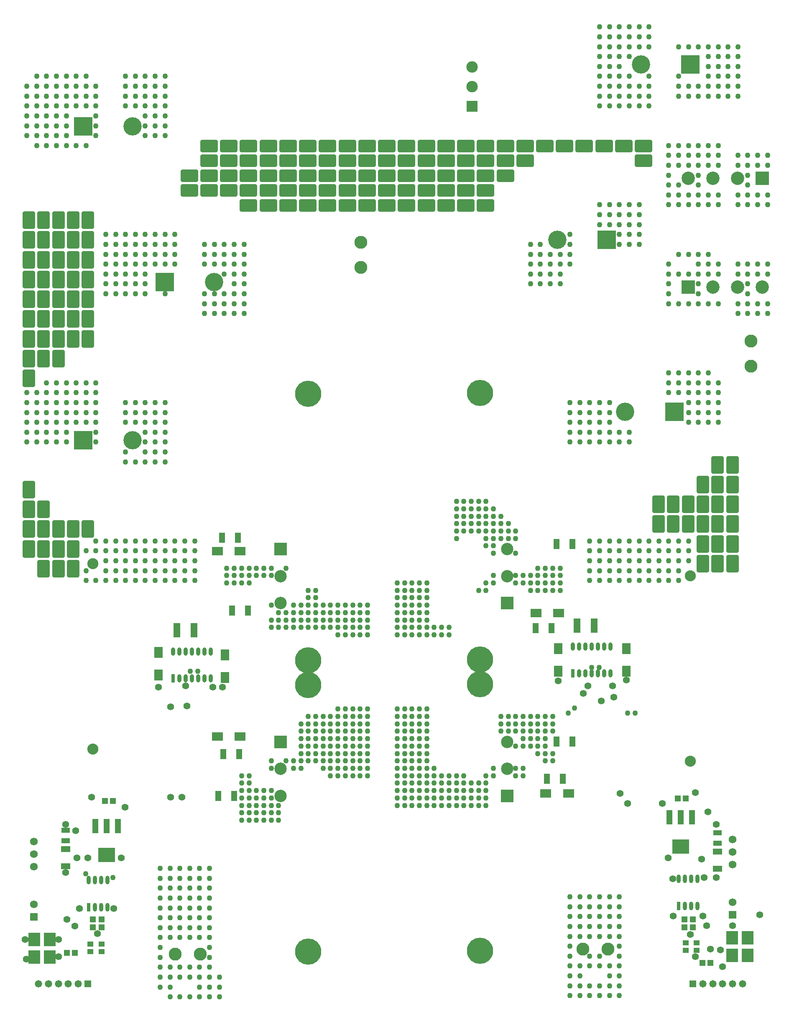
<source format=gts>
G04 Layer_Color=8388736*
%FSLAX44Y44*%
%MOMM*%
G71*
G01*
G75*
G04:AMPARAMS|DCode=71|XSize=3.5mm|YSize=2.5mm|CornerRadius=0.25mm|HoleSize=0mm|Usage=FLASHONLY|Rotation=90.000|XOffset=0mm|YOffset=0mm|HoleType=Round|Shape=RoundedRectangle|*
%AMROUNDEDRECTD71*
21,1,3.5000,2.0000,0,0,90.0*
21,1,3.0000,2.5000,0,0,90.0*
1,1,0.5000,1.0000,1.5000*
1,1,0.5000,1.0000,-1.5000*
1,1,0.5000,-1.0000,-1.5000*
1,1,0.5000,-1.0000,1.5000*
%
%ADD71ROUNDEDRECTD71*%
G04:AMPARAMS|DCode=72|XSize=3.5mm|YSize=2.5mm|CornerRadius=0.25mm|HoleSize=0mm|Usage=FLASHONLY|Rotation=0.000|XOffset=0mm|YOffset=0mm|HoleType=Round|Shape=RoundedRectangle|*
%AMROUNDEDRECTD72*
21,1,3.5000,2.0000,0,0,0.0*
21,1,3.0000,2.5000,0,0,0.0*
1,1,0.5000,1.5000,-1.0000*
1,1,0.5000,-1.5000,-1.0000*
1,1,0.5000,-1.5000,1.0000*
1,1,0.5000,1.5000,1.0000*
%
%ADD72ROUNDEDRECTD72*%
%ADD73R,1.9532X1.3032*%
%ADD74O,0.8032X1.7532*%
%ADD75R,0.8032X1.7532*%
%ADD76R,2.2032X1.7532*%
%ADD77R,1.7532X2.2032*%
%ADD78R,3.5032X2.9032*%
%ADD79R,1.2032X2.9032*%
%ADD80R,2.3876X2.8002*%
%ADD81R,1.2032X1.3032*%
%ADD82R,1.3032X1.2032*%
%ADD83R,1.3532X3.0032*%
%ADD84R,1.2532X1.0032*%
%ADD85R,1.7032X1.1032*%
%ADD86R,1.3032X2.0532*%
%ADD87R,0.8032X1.6532*%
%ADD88O,0.8032X1.6532*%
%ADD89C,2.3123*%
%ADD90R,2.3123X2.3123*%
%ADD91C,1.5632*%
%ADD92R,1.5632X1.5632*%
%ADD93C,2.7032*%
%ADD94R,2.7032X2.7032*%
%ADD95C,1.4715*%
%ADD96R,1.4715X1.4715*%
%ADD97R,2.5032X2.5032*%
%ADD98C,2.5032*%
%ADD99R,3.7032X3.7032*%
%ADD100C,3.7032*%
%ADD101C,5.3032*%
%ADD102C,2.2352*%
%ADD103C,2.6162*%
%ADD104C,1.1032*%
%ADD105C,1.4032*%
D71*
X1415000Y1120000D02*
D03*
X1445000Y1160000D02*
D03*
Y1120000D02*
D03*
X1475000Y1160000D02*
D03*
Y1120000D02*
D03*
X1325000Y1080000D02*
D03*
Y1040000D02*
D03*
X1475000Y960000D02*
D03*
X1445000Y960000D02*
D03*
X1415000D02*
D03*
X1475000Y1000000D02*
D03*
X1445000Y1000000D02*
D03*
X1415000D02*
D03*
X1475000Y1040000D02*
D03*
X1445000Y1040000D02*
D03*
X1415000D02*
D03*
X1385000D02*
D03*
X1355000D02*
D03*
X1475000Y1080000D02*
D03*
X1445000Y1080000D02*
D03*
X1415000D02*
D03*
X1385000D02*
D03*
X1355000D02*
D03*
X140000Y950000D02*
D03*
X110000D02*
D03*
X80000D02*
D03*
X140000Y990000D02*
D03*
X110000D02*
D03*
X80000D02*
D03*
X50000D02*
D03*
X140000Y1030000D02*
D03*
X110000D02*
D03*
X80000D02*
D03*
X50000D02*
D03*
X170000Y1030000D02*
D03*
X80000Y1070000D02*
D03*
X50000D02*
D03*
Y1110000D02*
D03*
Y1335000D02*
D03*
Y1375000D02*
D03*
X80000D02*
D03*
X110000D02*
D03*
X50000Y1655000D02*
D03*
X80000D02*
D03*
X110000D02*
D03*
X140000D02*
D03*
X50000Y1575000D02*
D03*
X80000D02*
D03*
X110000D02*
D03*
X140000D02*
D03*
Y1615000D02*
D03*
X110000D02*
D03*
X80000D02*
D03*
X50000D02*
D03*
Y1535000D02*
D03*
X80000D02*
D03*
X110000D02*
D03*
X140000D02*
D03*
Y1495000D02*
D03*
X110000D02*
D03*
X80000D02*
D03*
X50000D02*
D03*
X170000Y1495000D02*
D03*
Y1535000D02*
D03*
Y1615000D02*
D03*
Y1575000D02*
D03*
Y1655000D02*
D03*
Y1455000D02*
D03*
Y1415000D02*
D03*
X50000Y1415000D02*
D03*
X80000D02*
D03*
X110000D02*
D03*
X140000D02*
D03*
Y1455000D02*
D03*
X110000D02*
D03*
X80000D02*
D03*
X50000D02*
D03*
D72*
X775000Y1775000D02*
D03*
Y1745000D02*
D03*
Y1715000D02*
D03*
Y1685000D02*
D03*
X815000D02*
D03*
Y1715000D02*
D03*
Y1745000D02*
D03*
Y1775000D02*
D03*
X895000D02*
D03*
Y1745000D02*
D03*
Y1715000D02*
D03*
Y1685000D02*
D03*
X855000D02*
D03*
Y1715000D02*
D03*
Y1745000D02*
D03*
Y1775000D02*
D03*
X975000D02*
D03*
Y1745000D02*
D03*
Y1715000D02*
D03*
Y1685000D02*
D03*
X935000D02*
D03*
Y1715000D02*
D03*
Y1745000D02*
D03*
Y1775000D02*
D03*
X1015000Y1745000D02*
D03*
Y1775000D02*
D03*
Y1805000D02*
D03*
X1055000D02*
D03*
Y1775000D02*
D03*
X1095000Y1805000D02*
D03*
X1135000D02*
D03*
X1175000D02*
D03*
X1215000D02*
D03*
X1255000D02*
D03*
X1295000D02*
D03*
Y1775000D02*
D03*
X975000Y1805000D02*
D03*
X735000Y1775000D02*
D03*
Y1745000D02*
D03*
Y1715000D02*
D03*
Y1685000D02*
D03*
X655000Y1775000D02*
D03*
Y1745000D02*
D03*
Y1715000D02*
D03*
Y1685000D02*
D03*
X695000D02*
D03*
Y1715000D02*
D03*
Y1745000D02*
D03*
Y1775000D02*
D03*
X615000D02*
D03*
Y1745000D02*
D03*
Y1715000D02*
D03*
Y1685000D02*
D03*
X575000D02*
D03*
Y1715000D02*
D03*
Y1745000D02*
D03*
Y1775000D02*
D03*
X535000D02*
D03*
Y1745000D02*
D03*
Y1715000D02*
D03*
Y1685000D02*
D03*
X455000Y1775000D02*
D03*
Y1745000D02*
D03*
Y1715000D02*
D03*
X495000Y1685000D02*
D03*
Y1715000D02*
D03*
Y1745000D02*
D03*
Y1775000D02*
D03*
X415000D02*
D03*
Y1745000D02*
D03*
Y1715000D02*
D03*
X375000D02*
D03*
Y1745000D02*
D03*
X415000Y1805000D02*
D03*
X495000D02*
D03*
X455000D02*
D03*
X535000D02*
D03*
X575000D02*
D03*
X615000D02*
D03*
X695000D02*
D03*
X655000D02*
D03*
X735000D02*
D03*
X935000D02*
D03*
X855000D02*
D03*
X895000D02*
D03*
X815000D02*
D03*
X775000D02*
D03*
D73*
X1445000Y377250D02*
D03*
Y342750D02*
D03*
X125000Y382250D02*
D03*
Y347750D02*
D03*
D74*
X1404050Y322250D02*
D03*
X1391350D02*
D03*
X1378650D02*
D03*
X1365950D02*
D03*
X1404050Y267750D02*
D03*
X1391350D02*
D03*
X1378650D02*
D03*
X209050Y319750D02*
D03*
X196350D02*
D03*
X183650D02*
D03*
X170950D02*
D03*
X209050Y265250D02*
D03*
X196350D02*
D03*
X183650D02*
D03*
D75*
X1365950Y267750D02*
D03*
X170950Y265250D02*
D03*
D76*
X1097000Y495000D02*
D03*
X1143000D02*
D03*
X1077000Y860000D02*
D03*
X1123000D02*
D03*
X478000Y610000D02*
D03*
X432000D02*
D03*
X478000Y985000D02*
D03*
X432000D02*
D03*
D77*
X1260000Y742000D02*
D03*
Y788000D02*
D03*
X1122500Y742000D02*
D03*
Y788000D02*
D03*
X447500Y729500D02*
D03*
Y775500D02*
D03*
X312500Y734500D02*
D03*
Y780500D02*
D03*
D78*
X1370000Y388000D02*
D03*
X207500Y370500D02*
D03*
D79*
X1347000Y447000D02*
D03*
X1370000D02*
D03*
X1393000D02*
D03*
X184500Y429500D02*
D03*
X207500D02*
D03*
X230500D02*
D03*
D80*
X1505748Y202780D02*
D03*
X1474252D02*
D03*
X1505748Y167220D02*
D03*
X1474252D02*
D03*
X92748Y199555D02*
D03*
X61252D02*
D03*
X92748Y163995D02*
D03*
X61252D02*
D03*
D81*
X1430500Y152500D02*
D03*
X1414500D02*
D03*
X127000Y172500D02*
D03*
X143000D02*
D03*
X1380500Y485000D02*
D03*
X1364500D02*
D03*
X220500Y480000D02*
D03*
X204500D02*
D03*
D82*
X1395043Y240500D02*
D03*
Y224500D02*
D03*
X1377500Y240500D02*
D03*
Y224500D02*
D03*
X197500Y240500D02*
D03*
Y224500D02*
D03*
X180000Y240500D02*
D03*
Y224500D02*
D03*
D83*
X1194750Y835000D02*
D03*
X1160250D02*
D03*
X384750Y825000D02*
D03*
X350250D02*
D03*
D84*
X1402500Y177250D02*
D03*
Y192750D02*
D03*
X1380000Y177250D02*
D03*
Y192750D02*
D03*
X197500Y174750D02*
D03*
Y190250D02*
D03*
X175000Y174750D02*
D03*
Y190250D02*
D03*
D85*
X125000Y399500D02*
D03*
Y420500D02*
D03*
X1445000Y394500D02*
D03*
Y415500D02*
D03*
D86*
X1119000Y600000D02*
D03*
X1151000D02*
D03*
X1099000Y525000D02*
D03*
X1131000D02*
D03*
X1119000Y1000000D02*
D03*
X1151000D02*
D03*
X1076500Y830000D02*
D03*
X1108500D02*
D03*
X466000Y490000D02*
D03*
X434000D02*
D03*
X476000Y575000D02*
D03*
X444000D02*
D03*
X493500Y865000D02*
D03*
X461500D02*
D03*
X473500Y1012500D02*
D03*
X441500D02*
D03*
D87*
X1151900Y737750D02*
D03*
X341900Y727750D02*
D03*
D88*
X1164600Y737750D02*
D03*
X1177300D02*
D03*
X1190000D02*
D03*
X1202700D02*
D03*
X1215400D02*
D03*
X1228100D02*
D03*
X1151900Y792250D02*
D03*
X1164600D02*
D03*
X1177300D02*
D03*
X1190000D02*
D03*
X1202700D02*
D03*
X1215400D02*
D03*
X1228100D02*
D03*
X354600Y727750D02*
D03*
X367300D02*
D03*
X380000D02*
D03*
X392700D02*
D03*
X405400D02*
D03*
X418100D02*
D03*
X341900Y782250D02*
D03*
X354600D02*
D03*
X367300D02*
D03*
X380000D02*
D03*
X392700D02*
D03*
X405400D02*
D03*
X418100D02*
D03*
D89*
X947500Y1964599D02*
D03*
Y1925000D02*
D03*
D90*
Y1885401D02*
D03*
D91*
X1475000Y402400D02*
D03*
Y377000D02*
D03*
Y351600D02*
D03*
Y275400D02*
D03*
X60000Y397575D02*
D03*
Y372175D02*
D03*
Y346775D02*
D03*
Y270575D02*
D03*
D92*
X1475000Y250000D02*
D03*
X60000Y245175D02*
D03*
D93*
X1485000Y1740000D02*
D03*
X1435000D02*
D03*
X1385000D02*
D03*
X1435000Y1520000D02*
D03*
X1485000D02*
D03*
X1535000D02*
D03*
D94*
Y1740000D02*
D03*
X1385000Y1520000D02*
D03*
D95*
X69923Y110000D02*
D03*
X90002D02*
D03*
X110000D02*
D03*
X130002D02*
D03*
X150001D02*
D03*
X1495077Y110000D02*
D03*
X1474998D02*
D03*
X1455000D02*
D03*
X1434998D02*
D03*
X1414999D02*
D03*
D96*
X169999Y110000D02*
D03*
X1395001Y110000D02*
D03*
D97*
X1018500Y880250D02*
D03*
X559500Y989250D02*
D03*
Y599250D02*
D03*
X1018500Y490250D02*
D03*
D98*
Y934750D02*
D03*
Y989250D02*
D03*
X559500Y934750D02*
D03*
Y880250D02*
D03*
Y544750D02*
D03*
Y490250D02*
D03*
X1018500Y544750D02*
D03*
Y599250D02*
D03*
D99*
X325000Y1530000D02*
D03*
X1390000Y1970000D02*
D03*
X1220000Y1615000D02*
D03*
X1357500Y1267500D02*
D03*
X160000Y1845000D02*
D03*
Y1210000D02*
D03*
D100*
X425000Y1530000D02*
D03*
X1290000Y1970000D02*
D03*
X1120000Y1615000D02*
D03*
X1257500Y1267500D02*
D03*
X260000Y1845000D02*
D03*
Y1210000D02*
D03*
D101*
X963501Y715750D02*
D03*
Y176500D02*
D03*
X615501Y175500D02*
D03*
Y714750D02*
D03*
X963500Y1305000D02*
D03*
Y765750D02*
D03*
X615500Y764750D02*
D03*
Y1304000D02*
D03*
D102*
X1390000Y935000D02*
D03*
Y560000D02*
D03*
X180000Y960000D02*
D03*
Y585000D02*
D03*
D103*
X1512500Y1410800D02*
D03*
Y1360000D02*
D03*
X397500Y170000D02*
D03*
X346700D02*
D03*
X722500Y1559200D02*
D03*
Y1610000D02*
D03*
X1222500Y180000D02*
D03*
X1171700D02*
D03*
D104*
X486000Y1606002D02*
D03*
Y1586002D02*
D03*
Y1566002D02*
D03*
Y1546002D02*
D03*
Y1526002D02*
D03*
Y1506002D02*
D03*
Y1486002D02*
D03*
Y1466002D02*
D03*
X466000Y1606002D02*
D03*
Y1586002D02*
D03*
Y1566002D02*
D03*
Y1546002D02*
D03*
Y1526002D02*
D03*
Y1506002D02*
D03*
Y1486002D02*
D03*
Y1466002D02*
D03*
X446000Y1606002D02*
D03*
Y1586002D02*
D03*
Y1566002D02*
D03*
Y1546002D02*
D03*
Y1506002D02*
D03*
Y1486002D02*
D03*
Y1466002D02*
D03*
X426000Y1606002D02*
D03*
Y1586002D02*
D03*
Y1566002D02*
D03*
Y1506002D02*
D03*
Y1486002D02*
D03*
Y1466002D02*
D03*
X406000Y1606002D02*
D03*
Y1586002D02*
D03*
Y1566002D02*
D03*
Y1506002D02*
D03*
Y1486002D02*
D03*
Y1466002D02*
D03*
X326000Y1946002D02*
D03*
Y1926002D02*
D03*
Y1906002D02*
D03*
Y1886002D02*
D03*
Y1866002D02*
D03*
Y1846002D02*
D03*
Y1826002D02*
D03*
X306000Y1946002D02*
D03*
Y1926002D02*
D03*
Y1906002D02*
D03*
Y1886002D02*
D03*
Y1866002D02*
D03*
Y1846002D02*
D03*
Y1826002D02*
D03*
X286000Y1946002D02*
D03*
Y1926002D02*
D03*
Y1906002D02*
D03*
Y1886002D02*
D03*
Y1866002D02*
D03*
Y1846002D02*
D03*
Y1826002D02*
D03*
X266000Y1946002D02*
D03*
Y1926002D02*
D03*
Y1906002D02*
D03*
Y1886002D02*
D03*
X246000Y1946002D02*
D03*
Y1926002D02*
D03*
Y1906002D02*
D03*
Y1886002D02*
D03*
X346000Y1626002D02*
D03*
Y1606002D02*
D03*
Y1586002D02*
D03*
Y1566002D02*
D03*
X326000Y1626002D02*
D03*
Y1606002D02*
D03*
Y1586002D02*
D03*
Y1566002D02*
D03*
Y1506002D02*
D03*
X306000Y1626002D02*
D03*
Y1606002D02*
D03*
Y1586002D02*
D03*
Y1566002D02*
D03*
X286000Y1626002D02*
D03*
Y1606002D02*
D03*
Y1586002D02*
D03*
Y1566002D02*
D03*
Y1546002D02*
D03*
Y1526002D02*
D03*
Y1506002D02*
D03*
X266000Y1626002D02*
D03*
Y1606002D02*
D03*
Y1586002D02*
D03*
Y1566002D02*
D03*
Y1546002D02*
D03*
Y1526002D02*
D03*
Y1506002D02*
D03*
X246000Y1626002D02*
D03*
Y1606002D02*
D03*
Y1586002D02*
D03*
Y1566002D02*
D03*
Y1546002D02*
D03*
Y1526002D02*
D03*
Y1506002D02*
D03*
X226000Y1626002D02*
D03*
Y1606002D02*
D03*
Y1586002D02*
D03*
Y1566002D02*
D03*
Y1546002D02*
D03*
Y1526002D02*
D03*
Y1506002D02*
D03*
X206000Y1626002D02*
D03*
Y1606002D02*
D03*
Y1586002D02*
D03*
Y1566002D02*
D03*
Y1546002D02*
D03*
Y1526002D02*
D03*
Y1506002D02*
D03*
X186000Y1926002D02*
D03*
Y1906002D02*
D03*
Y1886002D02*
D03*
Y1866002D02*
D03*
Y1846002D02*
D03*
Y1826002D02*
D03*
Y1326002D02*
D03*
Y1306002D02*
D03*
Y1286002D02*
D03*
Y1266002D02*
D03*
Y1246002D02*
D03*
Y1226002D02*
D03*
Y1206002D02*
D03*
X166000Y1946002D02*
D03*
Y1926002D02*
D03*
Y1906002D02*
D03*
Y1886002D02*
D03*
Y1806002D02*
D03*
Y1326002D02*
D03*
Y1306002D02*
D03*
Y1286002D02*
D03*
Y1266002D02*
D03*
Y1246002D02*
D03*
X146000Y1946002D02*
D03*
Y1926002D02*
D03*
Y1906002D02*
D03*
Y1886002D02*
D03*
Y1806002D02*
D03*
Y1326002D02*
D03*
Y1306002D02*
D03*
Y1286002D02*
D03*
Y1266002D02*
D03*
Y1246002D02*
D03*
X126000Y1946002D02*
D03*
Y1926002D02*
D03*
Y1906002D02*
D03*
Y1886002D02*
D03*
Y1866002D02*
D03*
Y1846002D02*
D03*
Y1826002D02*
D03*
Y1806002D02*
D03*
Y1326002D02*
D03*
Y1306002D02*
D03*
Y1286002D02*
D03*
Y1266002D02*
D03*
Y1246002D02*
D03*
Y1226002D02*
D03*
Y1206002D02*
D03*
X106000Y1946002D02*
D03*
Y1926002D02*
D03*
Y1906002D02*
D03*
Y1886002D02*
D03*
Y1866002D02*
D03*
Y1846002D02*
D03*
Y1826002D02*
D03*
Y1806002D02*
D03*
Y1326002D02*
D03*
Y1306002D02*
D03*
Y1286002D02*
D03*
Y1266002D02*
D03*
Y1246002D02*
D03*
Y1226002D02*
D03*
Y1206002D02*
D03*
X86000Y1946002D02*
D03*
Y1926002D02*
D03*
Y1906002D02*
D03*
Y1886002D02*
D03*
Y1866002D02*
D03*
Y1846002D02*
D03*
Y1826002D02*
D03*
Y1806002D02*
D03*
Y1326002D02*
D03*
Y1306002D02*
D03*
Y1286002D02*
D03*
Y1266002D02*
D03*
Y1246002D02*
D03*
Y1226002D02*
D03*
Y1206002D02*
D03*
X66000Y1946002D02*
D03*
Y1926002D02*
D03*
Y1906002D02*
D03*
Y1886002D02*
D03*
Y1866002D02*
D03*
Y1846002D02*
D03*
Y1826002D02*
D03*
Y1806002D02*
D03*
Y1306002D02*
D03*
Y1286002D02*
D03*
Y1266002D02*
D03*
Y1246002D02*
D03*
Y1226002D02*
D03*
Y1206002D02*
D03*
X46000Y1926002D02*
D03*
Y1906002D02*
D03*
Y1886002D02*
D03*
Y1866002D02*
D03*
Y1846002D02*
D03*
Y1826002D02*
D03*
Y1306002D02*
D03*
Y1286002D02*
D03*
Y1266002D02*
D03*
Y1246002D02*
D03*
Y1226002D02*
D03*
Y1206002D02*
D03*
X206000Y926002D02*
D03*
X246000D02*
D03*
X166000Y946002D02*
D03*
X206000D02*
D03*
X246000Y966002D02*
D03*
X286000Y946002D02*
D03*
X266000D02*
D03*
X326000Y966002D02*
D03*
X166000Y986002D02*
D03*
X186000Y1006002D02*
D03*
X266000Y986002D02*
D03*
X286000D02*
D03*
X306000D02*
D03*
X346000D02*
D03*
X306000Y1006002D02*
D03*
X366000Y986002D02*
D03*
Y946002D02*
D03*
X386000Y1006002D02*
D03*
X246000D02*
D03*
X1206001Y926002D02*
D03*
X1226001D02*
D03*
X1186001D02*
D03*
X1206001Y946002D02*
D03*
X1226001D02*
D03*
X1186001Y966002D02*
D03*
X1206001D02*
D03*
X1306001Y926002D02*
D03*
X1286001D02*
D03*
X1246001Y966002D02*
D03*
X1306001Y946002D02*
D03*
X1286001D02*
D03*
X1186001Y986002D02*
D03*
X1206001Y1006002D02*
D03*
X1186001D02*
D03*
X1246001D02*
D03*
X1266001Y966002D02*
D03*
X1286001D02*
D03*
X1326001D02*
D03*
X1286001Y986002D02*
D03*
X1266001Y1006002D02*
D03*
X1286001D02*
D03*
Y1606002D02*
D03*
X1326001Y1006002D02*
D03*
X1346001Y946002D02*
D03*
X1366001Y926002D02*
D03*
X1346001Y966002D02*
D03*
X1366001Y946002D02*
D03*
X1346001Y986002D02*
D03*
X1366001Y966002D02*
D03*
X1386001Y986002D02*
D03*
Y966002D02*
D03*
X1446001Y1246002D02*
D03*
X1426001D02*
D03*
X1406001Y1266002D02*
D03*
X1426001D02*
D03*
X1366001Y1326002D02*
D03*
Y1306002D02*
D03*
X1386001Y1286002D02*
D03*
Y1306002D02*
D03*
X1406001Y1286002D02*
D03*
X1386001Y1346002D02*
D03*
X1406001Y1306002D02*
D03*
X1446001D02*
D03*
X1406001Y1326002D02*
D03*
X1426001D02*
D03*
Y1346002D02*
D03*
X1206001Y1646002D02*
D03*
X1226001Y1666002D02*
D03*
Y1646002D02*
D03*
X1246001Y1626002D02*
D03*
Y1646002D02*
D03*
X1226001Y1686002D02*
D03*
X1266001Y1606002D02*
D03*
Y1666002D02*
D03*
Y1686002D02*
D03*
X1286001D02*
D03*
X1386001D02*
D03*
X1366001Y1766002D02*
D03*
X1346001D02*
D03*
X1386001Y1806002D02*
D03*
Y1786002D02*
D03*
Y1926002D02*
D03*
Y1906002D02*
D03*
X1406001Y1686002D02*
D03*
Y1726002D02*
D03*
X1426001Y1686002D02*
D03*
Y1766002D02*
D03*
X1406001Y1786002D02*
D03*
X1426001Y1806002D02*
D03*
X1406001Y1906002D02*
D03*
X1446001Y1806002D02*
D03*
Y1906002D02*
D03*
X1466001D02*
D03*
X1406001Y1926002D02*
D03*
X1446001Y1946002D02*
D03*
X1406001Y2006002D02*
D03*
X1426001Y1986002D02*
D03*
Y2006002D02*
D03*
X1446001Y1986002D02*
D03*
X1466001Y1926002D02*
D03*
Y1966002D02*
D03*
X1486001Y1926002D02*
D03*
X1446001Y2006002D02*
D03*
X1466001D02*
D03*
X1146001Y1206002D02*
D03*
Y1226002D02*
D03*
X1166001Y1206002D02*
D03*
X1186001Y1226002D02*
D03*
X1166001Y1266002D02*
D03*
X1146001Y1286002D02*
D03*
X1186001D02*
D03*
Y1206002D02*
D03*
X1246001D02*
D03*
X1226001Y1246002D02*
D03*
X1246001Y1226002D02*
D03*
X1266001D02*
D03*
X1206001Y1286002D02*
D03*
X1366001Y1486002D02*
D03*
X1346001Y1546002D02*
D03*
X1406001Y1486002D02*
D03*
Y1506002D02*
D03*
Y1526002D02*
D03*
X1206001Y1906002D02*
D03*
X1226001Y1886002D02*
D03*
Y1906002D02*
D03*
X1246001Y1886002D02*
D03*
X1206001Y1926002D02*
D03*
X1226001Y1946002D02*
D03*
Y1966002D02*
D03*
X1206001Y1986002D02*
D03*
Y2006002D02*
D03*
Y2046002D02*
D03*
X1226001D02*
D03*
X1246001Y1906002D02*
D03*
X1226001Y1986002D02*
D03*
Y2026002D02*
D03*
Y2006002D02*
D03*
X1246001Y2046002D02*
D03*
X1286001Y1886002D02*
D03*
X1266001Y1906002D02*
D03*
X1306001D02*
D03*
X1406001Y1566002D02*
D03*
X1426001D02*
D03*
X1386001Y1586002D02*
D03*
X1406001D02*
D03*
X1366001D02*
D03*
X1426001D02*
D03*
X1246001Y1966002D02*
D03*
X1266001Y1926002D02*
D03*
Y1986002D02*
D03*
X1246001Y2006002D02*
D03*
X1266001D02*
D03*
Y2026002D02*
D03*
X1306001Y1926002D02*
D03*
Y2006002D02*
D03*
X1286001Y2026002D02*
D03*
X1306001D02*
D03*
X616000Y875999D02*
D03*
X631000D02*
D03*
X646000D02*
D03*
X616000Y905999D02*
D03*
X631000D02*
D03*
X661000Y875999D02*
D03*
X646000Y860999D02*
D03*
X1190000Y750000D02*
D03*
X1126000Y950999D02*
D03*
Y935999D02*
D03*
Y920999D02*
D03*
Y905999D02*
D03*
X1111000Y950999D02*
D03*
Y935999D02*
D03*
Y920999D02*
D03*
Y905999D02*
D03*
X1096000Y950999D02*
D03*
Y935999D02*
D03*
Y920999D02*
D03*
Y905999D02*
D03*
X1081000Y950999D02*
D03*
Y935999D02*
D03*
Y920999D02*
D03*
Y905999D02*
D03*
X1066000Y935999D02*
D03*
Y920999D02*
D03*
Y905999D02*
D03*
X1051000Y935999D02*
D03*
Y920999D02*
D03*
X1036000Y935999D02*
D03*
Y920999D02*
D03*
X991000Y935999D02*
D03*
Y920999D02*
D03*
X976000D02*
D03*
Y905999D02*
D03*
X961000D02*
D03*
X1246001Y286001D02*
D03*
Y266001D02*
D03*
Y246001D02*
D03*
Y226001D02*
D03*
Y206001D02*
D03*
Y186001D02*
D03*
Y166001D02*
D03*
Y146001D02*
D03*
Y126001D02*
D03*
Y106001D02*
D03*
Y86001D02*
D03*
X1226001Y286001D02*
D03*
Y266001D02*
D03*
Y246001D02*
D03*
Y226001D02*
D03*
Y206001D02*
D03*
Y146001D02*
D03*
Y126001D02*
D03*
Y106001D02*
D03*
Y86001D02*
D03*
X1206001Y286001D02*
D03*
Y266001D02*
D03*
Y246001D02*
D03*
Y226001D02*
D03*
Y206001D02*
D03*
Y166001D02*
D03*
Y146001D02*
D03*
Y106001D02*
D03*
Y86001D02*
D03*
X1186001Y286001D02*
D03*
Y266001D02*
D03*
Y246001D02*
D03*
Y226001D02*
D03*
Y206001D02*
D03*
Y166001D02*
D03*
Y146001D02*
D03*
Y106001D02*
D03*
Y86001D02*
D03*
X1166001Y286001D02*
D03*
Y266001D02*
D03*
Y246001D02*
D03*
Y226001D02*
D03*
Y206001D02*
D03*
Y146001D02*
D03*
Y126001D02*
D03*
Y106001D02*
D03*
Y86001D02*
D03*
X1146001Y286001D02*
D03*
Y266001D02*
D03*
Y246001D02*
D03*
Y226001D02*
D03*
Y206001D02*
D03*
Y186001D02*
D03*
Y166001D02*
D03*
Y146001D02*
D03*
Y126001D02*
D03*
Y106001D02*
D03*
Y86001D02*
D03*
X556000Y470999D02*
D03*
Y455999D02*
D03*
Y440999D02*
D03*
X541000Y500999D02*
D03*
Y485999D02*
D03*
Y470999D02*
D03*
Y455999D02*
D03*
Y440999D02*
D03*
X526000Y500999D02*
D03*
Y485999D02*
D03*
Y470999D02*
D03*
Y455999D02*
D03*
Y440999D02*
D03*
X511000Y500999D02*
D03*
Y485999D02*
D03*
Y470999D02*
D03*
Y455999D02*
D03*
Y440999D02*
D03*
X496000Y530999D02*
D03*
Y515999D02*
D03*
Y500999D02*
D03*
Y485999D02*
D03*
Y470999D02*
D03*
Y455999D02*
D03*
Y440999D02*
D03*
X481000Y530999D02*
D03*
Y515999D02*
D03*
Y500999D02*
D03*
Y485999D02*
D03*
Y470999D02*
D03*
Y455999D02*
D03*
Y440999D02*
D03*
X796000Y485999D02*
D03*
X811000Y470999D02*
D03*
X826000D02*
D03*
X796000Y500999D02*
D03*
Y530999D02*
D03*
X811000Y500999D02*
D03*
Y485999D02*
D03*
X796000Y590999D02*
D03*
Y620999D02*
D03*
Y605999D02*
D03*
X811000Y530999D02*
D03*
Y545999D02*
D03*
X826000Y515999D02*
D03*
Y485999D02*
D03*
Y560999D02*
D03*
Y530999D02*
D03*
X811000Y605999D02*
D03*
Y590999D02*
D03*
Y620999D02*
D03*
X826000Y590999D02*
D03*
X841000Y485999D02*
D03*
Y470999D02*
D03*
X856000Y485999D02*
D03*
X871000Y470999D02*
D03*
X826000Y545999D02*
D03*
X841000Y530999D02*
D03*
Y560999D02*
D03*
X826000Y605999D02*
D03*
X856000Y515999D02*
D03*
Y500999D02*
D03*
X871000Y545999D02*
D03*
X856000Y620999D02*
D03*
X796000Y635999D02*
D03*
Y650999D02*
D03*
Y665999D02*
D03*
X811000Y650999D02*
D03*
Y665999D02*
D03*
X796000Y815999D02*
D03*
Y830999D02*
D03*
X811000Y860999D02*
D03*
Y635999D02*
D03*
X826000D02*
D03*
Y665999D02*
D03*
Y815999D02*
D03*
X811000D02*
D03*
Y845999D02*
D03*
X826000D02*
D03*
Y830999D02*
D03*
Y860999D02*
D03*
X796000Y890999D02*
D03*
Y875999D02*
D03*
Y920999D02*
D03*
Y905999D02*
D03*
X811000Y875999D02*
D03*
X826000Y920999D02*
D03*
Y875999D02*
D03*
X841000Y650999D02*
D03*
Y845999D02*
D03*
Y830999D02*
D03*
X856000Y845999D02*
D03*
X871000Y815999D02*
D03*
X856000D02*
D03*
X826000Y890999D02*
D03*
X856000Y920999D02*
D03*
X931000Y470999D02*
D03*
X961000D02*
D03*
X886000Y485999D02*
D03*
Y500999D02*
D03*
X901000Y485999D02*
D03*
X886000Y515999D02*
D03*
X901000Y500999D02*
D03*
X886000Y815999D02*
D03*
X901000Y515999D02*
D03*
Y815999D02*
D03*
X916000Y500999D02*
D03*
Y530999D02*
D03*
X946000Y515999D02*
D03*
X886000Y830999D02*
D03*
X916000Y1025999D02*
D03*
Y1010999D02*
D03*
X931000Y1025999D02*
D03*
Y1040999D02*
D03*
X946000Y1025999D02*
D03*
X931000Y1070999D02*
D03*
X946000Y1055999D02*
D03*
X961000Y485999D02*
D03*
X976000D02*
D03*
Y515999D02*
D03*
Y500999D02*
D03*
X961000Y515999D02*
D03*
X976000Y530999D02*
D03*
X991000Y980999D02*
D03*
X976000Y1010999D02*
D03*
X1036000Y545999D02*
D03*
X1051000Y530999D02*
D03*
X991000Y995999D02*
D03*
X1006000Y1010999D02*
D03*
X961000Y1040999D02*
D03*
Y1025999D02*
D03*
Y1070999D02*
D03*
X976000D02*
D03*
Y1085999D02*
D03*
X991000Y1025999D02*
D03*
Y1010999D02*
D03*
X1006000Y1025999D02*
D03*
X1036000D02*
D03*
X991000Y1055999D02*
D03*
Y1040999D02*
D03*
X1006000Y1055999D02*
D03*
X1051000Y545999D02*
D03*
X1036000Y530999D02*
D03*
X991000Y545999D02*
D03*
Y530999D02*
D03*
X976000Y470999D02*
D03*
X961000Y500999D02*
D03*
X946000D02*
D03*
Y485999D02*
D03*
Y470999D02*
D03*
X931000Y530999D02*
D03*
Y515999D02*
D03*
Y500999D02*
D03*
Y485999D02*
D03*
X916000Y515999D02*
D03*
Y485999D02*
D03*
Y470999D02*
D03*
X901000Y530999D02*
D03*
Y470999D02*
D03*
X886000Y530999D02*
D03*
Y470999D02*
D03*
X871000Y530999D02*
D03*
Y515999D02*
D03*
Y500999D02*
D03*
Y485999D02*
D03*
X856000Y665999D02*
D03*
Y650999D02*
D03*
Y635999D02*
D03*
Y605999D02*
D03*
Y590999D02*
D03*
Y575999D02*
D03*
Y560999D02*
D03*
Y545999D02*
D03*
Y530999D02*
D03*
Y470999D02*
D03*
X841000Y665999D02*
D03*
Y635999D02*
D03*
Y620999D02*
D03*
Y605999D02*
D03*
Y590999D02*
D03*
Y575999D02*
D03*
Y545999D02*
D03*
Y515999D02*
D03*
Y500999D02*
D03*
X826000Y650999D02*
D03*
Y620999D02*
D03*
Y575999D02*
D03*
Y500999D02*
D03*
X811000Y575999D02*
D03*
Y560999D02*
D03*
Y515999D02*
D03*
X796000Y575999D02*
D03*
Y560999D02*
D03*
Y545999D02*
D03*
Y515999D02*
D03*
Y470999D02*
D03*
X901000Y830999D02*
D03*
X871000D02*
D03*
X856000Y905999D02*
D03*
Y890999D02*
D03*
Y875999D02*
D03*
Y860999D02*
D03*
Y830999D02*
D03*
X841000Y920999D02*
D03*
Y905999D02*
D03*
Y890999D02*
D03*
Y875999D02*
D03*
Y860999D02*
D03*
Y815999D02*
D03*
X826000Y905999D02*
D03*
X811000Y920999D02*
D03*
Y905999D02*
D03*
Y890999D02*
D03*
Y830999D02*
D03*
X796000Y860999D02*
D03*
Y845999D02*
D03*
X1036000Y1010999D02*
D03*
Y980999D02*
D03*
X1021000Y1040999D02*
D03*
Y1025999D02*
D03*
Y1010999D02*
D03*
X1006000Y1040999D02*
D03*
X991000Y1070999D02*
D03*
X976000Y1055999D02*
D03*
Y1040999D02*
D03*
Y1025999D02*
D03*
Y995999D02*
D03*
X961000Y1085999D02*
D03*
Y1055999D02*
D03*
X946000Y1085999D02*
D03*
Y1070999D02*
D03*
Y1040999D02*
D03*
X931000Y1085999D02*
D03*
Y1055999D02*
D03*
X916000Y1085999D02*
D03*
Y1070999D02*
D03*
Y1055999D02*
D03*
Y1040999D02*
D03*
X436000Y123501D02*
D03*
Y103501D02*
D03*
Y83501D02*
D03*
X416000Y343501D02*
D03*
Y323501D02*
D03*
Y303501D02*
D03*
Y283501D02*
D03*
Y263501D02*
D03*
Y243501D02*
D03*
Y223501D02*
D03*
Y203501D02*
D03*
Y183501D02*
D03*
Y163501D02*
D03*
Y143501D02*
D03*
Y123501D02*
D03*
Y103501D02*
D03*
Y83501D02*
D03*
X396000Y343501D02*
D03*
Y323501D02*
D03*
Y303501D02*
D03*
Y283501D02*
D03*
Y263501D02*
D03*
Y243501D02*
D03*
Y223501D02*
D03*
Y203501D02*
D03*
Y143501D02*
D03*
Y123501D02*
D03*
Y103501D02*
D03*
Y83501D02*
D03*
X376000Y343501D02*
D03*
Y323501D02*
D03*
Y303501D02*
D03*
Y283501D02*
D03*
Y263501D02*
D03*
Y243501D02*
D03*
Y223501D02*
D03*
Y203501D02*
D03*
Y143501D02*
D03*
Y123501D02*
D03*
Y83501D02*
D03*
X356000Y343501D02*
D03*
Y323501D02*
D03*
Y303501D02*
D03*
Y283501D02*
D03*
Y263501D02*
D03*
Y243501D02*
D03*
Y223501D02*
D03*
Y203501D02*
D03*
Y143501D02*
D03*
Y123501D02*
D03*
Y83501D02*
D03*
X336000Y343501D02*
D03*
Y323501D02*
D03*
Y303501D02*
D03*
Y283501D02*
D03*
Y263501D02*
D03*
Y243501D02*
D03*
Y223501D02*
D03*
Y203501D02*
D03*
Y143501D02*
D03*
Y123501D02*
D03*
Y103501D02*
D03*
Y83501D02*
D03*
X316000Y343501D02*
D03*
Y323501D02*
D03*
Y303501D02*
D03*
Y283501D02*
D03*
Y263501D02*
D03*
Y243501D02*
D03*
Y223501D02*
D03*
Y203501D02*
D03*
Y183501D02*
D03*
Y163501D02*
D03*
Y143501D02*
D03*
Y123501D02*
D03*
Y103501D02*
D03*
X736000Y665999D02*
D03*
Y650999D02*
D03*
Y635999D02*
D03*
Y620999D02*
D03*
Y605999D02*
D03*
Y590999D02*
D03*
Y575999D02*
D03*
Y560999D02*
D03*
Y545999D02*
D03*
Y530999D02*
D03*
X721000Y665999D02*
D03*
Y650999D02*
D03*
Y635999D02*
D03*
Y620999D02*
D03*
Y605999D02*
D03*
Y590999D02*
D03*
Y575999D02*
D03*
Y560999D02*
D03*
Y545999D02*
D03*
Y530999D02*
D03*
X706000Y665999D02*
D03*
Y650999D02*
D03*
Y635999D02*
D03*
Y620999D02*
D03*
Y605999D02*
D03*
Y590999D02*
D03*
Y575999D02*
D03*
Y560999D02*
D03*
Y545999D02*
D03*
Y530999D02*
D03*
X691000Y665999D02*
D03*
Y650999D02*
D03*
Y635999D02*
D03*
Y620999D02*
D03*
Y605999D02*
D03*
Y590999D02*
D03*
Y575999D02*
D03*
Y560999D02*
D03*
Y545999D02*
D03*
Y530999D02*
D03*
X676000Y665999D02*
D03*
Y650999D02*
D03*
Y635999D02*
D03*
Y620999D02*
D03*
Y605999D02*
D03*
Y590999D02*
D03*
Y575999D02*
D03*
Y560999D02*
D03*
Y545999D02*
D03*
Y530999D02*
D03*
X661000Y650999D02*
D03*
Y635999D02*
D03*
Y620999D02*
D03*
Y605999D02*
D03*
Y590999D02*
D03*
Y575999D02*
D03*
Y560999D02*
D03*
Y545999D02*
D03*
Y530999D02*
D03*
X646000Y650999D02*
D03*
Y635999D02*
D03*
Y620999D02*
D03*
Y605999D02*
D03*
Y590999D02*
D03*
Y575999D02*
D03*
Y560999D02*
D03*
Y545999D02*
D03*
X631000Y650999D02*
D03*
Y635999D02*
D03*
Y620999D02*
D03*
Y605999D02*
D03*
Y590999D02*
D03*
Y575999D02*
D03*
Y560999D02*
D03*
X616000Y650999D02*
D03*
Y635999D02*
D03*
Y620999D02*
D03*
Y605999D02*
D03*
Y590999D02*
D03*
Y575999D02*
D03*
Y560999D02*
D03*
X601000Y635999D02*
D03*
Y620999D02*
D03*
Y605999D02*
D03*
Y590999D02*
D03*
Y575999D02*
D03*
Y560999D02*
D03*
Y545999D02*
D03*
X586000Y560999D02*
D03*
Y545999D02*
D03*
X571000Y560999D02*
D03*
X541000D02*
D03*
Y545999D02*
D03*
X166000Y926002D02*
D03*
X186000D02*
D03*
Y986002D02*
D03*
X206000Y966002D02*
D03*
Y986002D02*
D03*
Y1006002D02*
D03*
X226000Y926002D02*
D03*
Y946002D02*
D03*
Y966002D02*
D03*
Y986002D02*
D03*
Y1006002D02*
D03*
X246000Y946002D02*
D03*
Y986002D02*
D03*
X266000Y926002D02*
D03*
Y966002D02*
D03*
Y1006002D02*
D03*
X286000Y926002D02*
D03*
Y966002D02*
D03*
Y1006002D02*
D03*
X306000Y926002D02*
D03*
Y946002D02*
D03*
Y966002D02*
D03*
X326000Y926002D02*
D03*
Y946002D02*
D03*
Y986002D02*
D03*
Y1006002D02*
D03*
X346000Y926002D02*
D03*
Y946002D02*
D03*
Y966002D02*
D03*
Y1006002D02*
D03*
X366000Y926002D02*
D03*
Y966002D02*
D03*
Y1006002D02*
D03*
X386000Y926002D02*
D03*
Y946002D02*
D03*
Y966002D02*
D03*
Y986002D02*
D03*
X1186001Y946002D02*
D03*
X1206001Y986002D02*
D03*
X1226001Y966002D02*
D03*
Y986002D02*
D03*
Y1006002D02*
D03*
X1246001Y926002D02*
D03*
Y946002D02*
D03*
Y986002D02*
D03*
X1266001Y926002D02*
D03*
Y946002D02*
D03*
Y986002D02*
D03*
X1306001Y966002D02*
D03*
Y986002D02*
D03*
Y1006002D02*
D03*
X1326001Y926002D02*
D03*
Y946002D02*
D03*
Y986002D02*
D03*
X1346001Y926002D02*
D03*
Y1006002D02*
D03*
X1366001Y986002D02*
D03*
Y1006002D02*
D03*
X1386001D02*
D03*
X1204998Y749998D02*
D03*
X1155000Y667500D02*
D03*
X1142500Y657500D02*
D03*
X1262500D02*
D03*
X1277500D02*
D03*
X451000Y920999D02*
D03*
Y935999D02*
D03*
Y950999D02*
D03*
X466000Y920999D02*
D03*
Y935999D02*
D03*
Y950999D02*
D03*
X481000Y920999D02*
D03*
Y935999D02*
D03*
Y950999D02*
D03*
X496000Y920999D02*
D03*
Y935999D02*
D03*
Y950999D02*
D03*
X511000Y935999D02*
D03*
Y950999D02*
D03*
X526000Y935999D02*
D03*
Y950999D02*
D03*
X541000Y935999D02*
D03*
Y950999D02*
D03*
X571000D02*
D03*
X541000Y830999D02*
D03*
Y845999D02*
D03*
Y875999D02*
D03*
X556000Y830999D02*
D03*
Y845999D02*
D03*
Y860999D02*
D03*
X571000Y830999D02*
D03*
Y845999D02*
D03*
Y860999D02*
D03*
X586000Y830999D02*
D03*
Y845999D02*
D03*
Y860999D02*
D03*
Y875999D02*
D03*
X601000Y830999D02*
D03*
Y845999D02*
D03*
Y860999D02*
D03*
Y875999D02*
D03*
X616000Y830999D02*
D03*
Y845999D02*
D03*
Y860999D02*
D03*
Y890999D02*
D03*
X631000Y830999D02*
D03*
Y845999D02*
D03*
Y860999D02*
D03*
Y890999D02*
D03*
X646000Y830999D02*
D03*
Y845999D02*
D03*
X661000Y830999D02*
D03*
Y845999D02*
D03*
Y860999D02*
D03*
X676000Y815999D02*
D03*
Y830999D02*
D03*
Y845999D02*
D03*
Y860999D02*
D03*
Y875999D02*
D03*
X691000Y815999D02*
D03*
Y830999D02*
D03*
Y845999D02*
D03*
Y860999D02*
D03*
Y875999D02*
D03*
X706000Y815999D02*
D03*
Y830999D02*
D03*
Y845999D02*
D03*
Y860999D02*
D03*
Y875999D02*
D03*
X721000Y815999D02*
D03*
Y830999D02*
D03*
Y845999D02*
D03*
Y860999D02*
D03*
Y875999D02*
D03*
X736000Y815999D02*
D03*
Y830999D02*
D03*
Y845999D02*
D03*
Y860999D02*
D03*
Y875999D02*
D03*
X377250Y742750D02*
D03*
X392500Y742500D02*
D03*
X165000Y332500D02*
D03*
X220000Y325000D02*
D03*
X1366001Y1906002D02*
D03*
Y1926002D02*
D03*
Y1946002D02*
D03*
Y2006002D02*
D03*
X1386001D02*
D03*
X1426001Y1906002D02*
D03*
Y1926002D02*
D03*
Y1946002D02*
D03*
Y1966002D02*
D03*
X1446001Y1926002D02*
D03*
Y1966002D02*
D03*
X1466001Y1946002D02*
D03*
Y1986002D02*
D03*
X1486001Y1906002D02*
D03*
Y1946002D02*
D03*
Y1966002D02*
D03*
Y1986002D02*
D03*
Y2006002D02*
D03*
X1346001Y1706002D02*
D03*
Y1726002D02*
D03*
Y1746002D02*
D03*
Y1786002D02*
D03*
Y1806002D02*
D03*
X1366001Y1686002D02*
D03*
Y1706002D02*
D03*
Y1726002D02*
D03*
Y1786002D02*
D03*
Y1806002D02*
D03*
X1386001Y1706002D02*
D03*
Y1766002D02*
D03*
X1406001Y1706002D02*
D03*
Y1746002D02*
D03*
Y1766002D02*
D03*
Y1806002D02*
D03*
X1426001Y1706002D02*
D03*
Y1786002D02*
D03*
X1446001Y1686002D02*
D03*
Y1706002D02*
D03*
Y1766002D02*
D03*
Y1786002D02*
D03*
X1206001Y1666002D02*
D03*
Y1686002D02*
D03*
X1246001Y1606002D02*
D03*
Y1666002D02*
D03*
Y1686002D02*
D03*
X1266001Y1626002D02*
D03*
Y1646002D02*
D03*
X1286001Y1626002D02*
D03*
Y1646002D02*
D03*
Y1666002D02*
D03*
X1346001Y1686002D02*
D03*
Y1306002D02*
D03*
Y1326002D02*
D03*
Y1346002D02*
D03*
X1366001D02*
D03*
X1386001Y1246002D02*
D03*
Y1266002D02*
D03*
Y1326002D02*
D03*
X1406001Y1246002D02*
D03*
Y1346002D02*
D03*
X1426001Y1286002D02*
D03*
Y1306002D02*
D03*
X1446001Y1266002D02*
D03*
Y1286002D02*
D03*
Y1326002D02*
D03*
X1206001Y1886002D02*
D03*
Y1946002D02*
D03*
Y1966002D02*
D03*
Y2026002D02*
D03*
X1226001Y1926002D02*
D03*
X1246001D02*
D03*
Y1946002D02*
D03*
Y1986002D02*
D03*
Y2026002D02*
D03*
X1266001Y1886002D02*
D03*
Y1946002D02*
D03*
Y2046002D02*
D03*
X1286001Y1906002D02*
D03*
Y1926002D02*
D03*
Y2006002D02*
D03*
Y2046002D02*
D03*
X1306001Y1886002D02*
D03*
Y1946002D02*
D03*
Y2046002D02*
D03*
X1346001Y1486002D02*
D03*
Y1506002D02*
D03*
Y1526002D02*
D03*
Y1566002D02*
D03*
X1366001Y1546002D02*
D03*
X1386001Y1486002D02*
D03*
Y1546002D02*
D03*
X1406001D02*
D03*
X1426001Y1486002D02*
D03*
Y1546002D02*
D03*
X1446001Y1486002D02*
D03*
Y1546002D02*
D03*
Y1566002D02*
D03*
X1486001Y1686002D02*
D03*
Y1706002D02*
D03*
Y1766002D02*
D03*
Y1786002D02*
D03*
X1506001Y1686002D02*
D03*
Y1706002D02*
D03*
Y1726002D02*
D03*
Y1746002D02*
D03*
Y1766002D02*
D03*
Y1786002D02*
D03*
X1526001Y1686002D02*
D03*
Y1706002D02*
D03*
Y1766002D02*
D03*
Y1786002D02*
D03*
X1546001Y1686002D02*
D03*
Y1706002D02*
D03*
Y1766002D02*
D03*
Y1786002D02*
D03*
X1486001Y1466002D02*
D03*
Y1486002D02*
D03*
Y1546002D02*
D03*
Y1566002D02*
D03*
X1506001Y1466002D02*
D03*
Y1486002D02*
D03*
Y1506002D02*
D03*
Y1526002D02*
D03*
Y1546002D02*
D03*
Y1566002D02*
D03*
X1526001Y1466002D02*
D03*
Y1486002D02*
D03*
Y1546002D02*
D03*
Y1566002D02*
D03*
X1546001Y1466002D02*
D03*
Y1486002D02*
D03*
Y1546002D02*
D03*
Y1566002D02*
D03*
X1146001Y1246002D02*
D03*
Y1266002D02*
D03*
X1166001Y1226002D02*
D03*
Y1246002D02*
D03*
Y1286002D02*
D03*
X1186001Y1246002D02*
D03*
Y1266002D02*
D03*
X1206001Y1206002D02*
D03*
Y1226002D02*
D03*
Y1246002D02*
D03*
Y1266002D02*
D03*
X1226001Y1206002D02*
D03*
Y1226002D02*
D03*
Y1266002D02*
D03*
Y1286002D02*
D03*
X1266001Y1206002D02*
D03*
X1006000Y620999D02*
D03*
Y635999D02*
D03*
Y650999D02*
D03*
X1021000Y620999D02*
D03*
Y635999D02*
D03*
Y650999D02*
D03*
X1036000Y590999D02*
D03*
Y620999D02*
D03*
Y635999D02*
D03*
Y650999D02*
D03*
X1051000Y590999D02*
D03*
Y605999D02*
D03*
Y620999D02*
D03*
Y635999D02*
D03*
Y650999D02*
D03*
X1066000Y590999D02*
D03*
Y605999D02*
D03*
Y620999D02*
D03*
Y635999D02*
D03*
Y650999D02*
D03*
X1081000Y575999D02*
D03*
Y590999D02*
D03*
Y605999D02*
D03*
Y620999D02*
D03*
Y635999D02*
D03*
Y650999D02*
D03*
X1096000Y560999D02*
D03*
Y575999D02*
D03*
Y590999D02*
D03*
Y605999D02*
D03*
Y620999D02*
D03*
Y635999D02*
D03*
Y650999D02*
D03*
X1111000Y560999D02*
D03*
Y575999D02*
D03*
Y620999D02*
D03*
Y635999D02*
D03*
Y650999D02*
D03*
X1066001Y1526002D02*
D03*
Y1546002D02*
D03*
Y1566002D02*
D03*
X1106001Y1546002D02*
D03*
X1126001D02*
D03*
X1106001Y1566002D02*
D03*
X1086001Y1586002D02*
D03*
X1126001D02*
D03*
X1086001Y1606002D02*
D03*
X1146001Y1626002D02*
D03*
X1066001Y1586002D02*
D03*
Y1606002D02*
D03*
X1086001Y1526002D02*
D03*
Y1546002D02*
D03*
Y1566002D02*
D03*
X1106001Y1526002D02*
D03*
Y1586002D02*
D03*
X1126001Y1526002D02*
D03*
Y1566002D02*
D03*
X1146001D02*
D03*
Y1586002D02*
D03*
Y1606002D02*
D03*
X246000Y1166002D02*
D03*
Y1186002D02*
D03*
Y1246002D02*
D03*
Y1266002D02*
D03*
Y1286002D02*
D03*
X266000Y1166002D02*
D03*
Y1246002D02*
D03*
Y1266002D02*
D03*
Y1286002D02*
D03*
X286000Y1166002D02*
D03*
Y1186002D02*
D03*
Y1206002D02*
D03*
Y1226002D02*
D03*
Y1246002D02*
D03*
Y1266002D02*
D03*
Y1286002D02*
D03*
X306000Y1166002D02*
D03*
Y1186002D02*
D03*
Y1206002D02*
D03*
Y1226002D02*
D03*
Y1246002D02*
D03*
Y1266002D02*
D03*
Y1286002D02*
D03*
X326000Y1166002D02*
D03*
Y1186002D02*
D03*
Y1206002D02*
D03*
Y1226002D02*
D03*
Y1246002D02*
D03*
Y1266002D02*
D03*
Y1286002D02*
D03*
D105*
X442500Y710000D02*
D03*
X42500Y200000D02*
D03*
X45000Y160000D02*
D03*
X1182500Y712500D02*
D03*
X1232500Y712500D02*
D03*
X1451000Y178500D02*
D03*
X1475000Y227500D02*
D03*
X1530000Y250000D02*
D03*
X1417500Y325000D02*
D03*
X1425000Y457500D02*
D03*
X1442500Y325000D02*
D03*
X1353750Y322500D02*
D03*
X1345000Y365000D02*
D03*
X1412500Y362500D02*
D03*
X1455000Y145000D02*
D03*
X1400000Y165000D02*
D03*
X1355000Y247500D02*
D03*
X1415000D02*
D03*
X1422500Y227500D02*
D03*
X1390000Y210000D02*
D03*
X1430000Y180000D02*
D03*
X1122500Y722500D02*
D03*
X1172500Y697500D02*
D03*
X1247500Y495000D02*
D03*
X1262500Y475000D02*
D03*
X1235000Y690000D02*
D03*
X1209469Y682500D02*
D03*
X1260000Y725000D02*
D03*
X367500Y712500D02*
D03*
X422500Y710000D02*
D03*
X312500D02*
D03*
X125000Y432500D02*
D03*
Y335000D02*
D03*
X147500Y365000D02*
D03*
X145000Y420000D02*
D03*
X1442500Y432500D02*
D03*
X1400000Y496500D02*
D03*
X1332500Y475000D02*
D03*
X177500Y487500D02*
D03*
X245000Y467500D02*
D03*
X170000Y365000D02*
D03*
X237500D02*
D03*
X337500Y487500D02*
D03*
Y670000D02*
D03*
X360000Y487500D02*
D03*
X370000Y672500D02*
D03*
X110000Y200000D02*
D03*
Y165000D02*
D03*
X127500Y240000D02*
D03*
X143000Y227000D02*
D03*
X152500Y262500D02*
D03*
X222500D02*
D03*
X188750Y211250D02*
D03*
M02*

</source>
